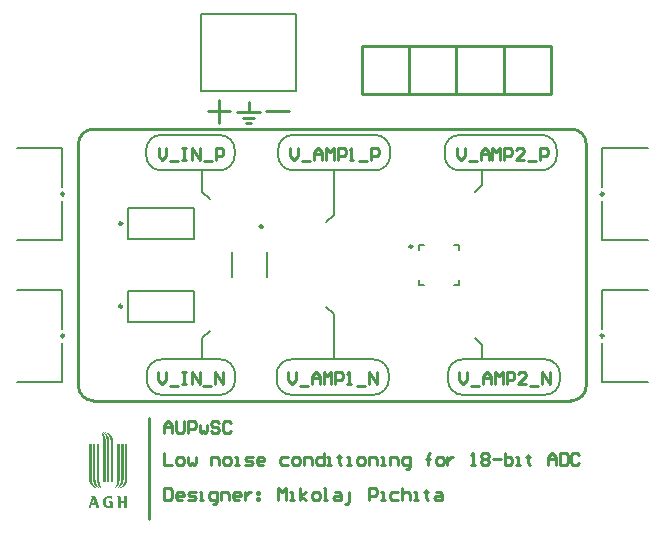
<source format=gbr>
%TF.GenerationSoftware,Altium Limited,Altium Designer,24.2.2 (26)*%
G04 Layer_Color=65535*
%FSLAX45Y45*%
%MOMM*%
%TF.SameCoordinates,D2FE35CC-22CD-4169-9643-A2803306E4A1*%
%TF.FilePolarity,Positive*%
%TF.FileFunction,Legend,Top*%
%TF.Part,Single*%
G01*
G75*
%TA.AperFunction,NonConductor*%
%ADD26C,0.25400*%
%ADD36C,0.15000*%
%ADD37C,0.25000*%
%ADD38C,0.20000*%
G36*
X1014831Y600127D02*
Y598439D01*
Y424599D01*
X1013143D01*
Y416160D01*
X1011455D01*
Y409409D01*
X1009768D01*
Y404346D01*
X1008080D01*
Y400970D01*
X1006392D01*
Y397595D01*
X1004704D01*
Y394219D01*
X1003017D01*
Y390844D01*
X1001329D01*
Y389156D01*
X999641D01*
Y385781D01*
X997953D01*
Y384093D01*
X996265D01*
Y382405D01*
X994578D01*
Y380717D01*
X992890D01*
Y379030D01*
X991202D01*
Y377342D01*
X989514D01*
Y375654D01*
X987827D01*
Y373966D01*
X984451D01*
Y372279D01*
X982763D01*
Y370591D01*
X979388D01*
Y368903D01*
X977700D01*
Y367215D01*
X974325D01*
Y365528D01*
X970949D01*
Y363840D01*
X967574D01*
Y362152D01*
X962510D01*
Y360464D01*
X957447D01*
Y358777D01*
X950696D01*
Y357089D01*
X943945D01*
Y358777D01*
X947320D01*
Y360464D01*
X950696D01*
Y362152D01*
X954071D01*
Y363840D01*
X955759D01*
Y365528D01*
X959135D01*
Y367215D01*
X960823D01*
Y368903D01*
X962510D01*
Y370591D01*
X965886D01*
Y372279D01*
X967574D01*
Y373966D01*
X969261D01*
Y375654D01*
X970949D01*
Y377342D01*
X972637D01*
Y379030D01*
X974325D01*
Y380717D01*
X976012D01*
Y384093D01*
X977700D01*
Y385781D01*
X979388D01*
Y387468D01*
X981076D01*
Y390844D01*
X982763D01*
Y394219D01*
X984451D01*
Y397595D01*
X986139D01*
Y400970D01*
X987827D01*
Y406034D01*
X989514D01*
Y411097D01*
X991202D01*
Y417848D01*
X992890D01*
Y431350D01*
X994578D01*
Y736835D01*
X996265D01*
Y735148D01*
X997953D01*
Y736835D01*
X1014831D01*
Y600127D01*
D02*
G37*
G36*
X775169Y490422D02*
Y488734D01*
Y443165D01*
X776856D01*
Y409409D01*
X778544D01*
Y399283D01*
X780232D01*
Y389156D01*
X781919D01*
Y382405D01*
X783607D01*
Y377342D01*
X785295D01*
Y373966D01*
X786983D01*
Y370591D01*
X788671D01*
Y367215D01*
X790358D01*
Y363840D01*
X792046D01*
Y360464D01*
X793734D01*
Y358777D01*
X795422D01*
Y357089D01*
X793734D01*
Y358777D01*
X790358D01*
Y360464D01*
X788671D01*
Y362152D01*
X786983D01*
Y363840D01*
X783607D01*
Y365528D01*
X781919D01*
Y367215D01*
X780232D01*
Y368903D01*
X778544D01*
Y370591D01*
X776856D01*
Y372279D01*
X775169D01*
Y373966D01*
X773481D01*
Y375654D01*
X771793D01*
Y379030D01*
X770105D01*
Y380717D01*
X768418D01*
Y384093D01*
X766730D01*
Y385781D01*
X765042D01*
Y390844D01*
X763354D01*
Y394219D01*
X761666D01*
Y399283D01*
X759979D01*
Y404346D01*
X758291D01*
Y412785D01*
X756603D01*
Y424599D01*
X754915D01*
Y736835D01*
X756603D01*
Y735148D01*
X758291D01*
Y736835D01*
X775169D01*
Y490422D01*
D02*
G37*
G36*
X743101Y723333D02*
Y721646D01*
Y426287D01*
X744789D01*
Y414473D01*
X746477D01*
Y407722D01*
X748164D01*
Y400970D01*
X749852D01*
Y395907D01*
X751540D01*
Y392532D01*
X753228D01*
Y389156D01*
X754915D01*
Y385781D01*
X756603D01*
Y382405D01*
X758291D01*
Y380717D01*
X759979D01*
Y377342D01*
X761666D01*
Y375654D01*
X763354D01*
Y373966D01*
X765042D01*
Y370591D01*
X766730D01*
Y368903D01*
X768418D01*
Y367215D01*
X770105D01*
Y365528D01*
X771793D01*
Y363840D01*
X773481D01*
Y362152D01*
X775169D01*
Y360464D01*
X778544D01*
Y358777D01*
X780232D01*
Y357089D01*
X776856D01*
Y358777D01*
X773481D01*
Y360464D01*
X770105D01*
Y362152D01*
X765042D01*
Y363840D01*
X763354D01*
Y365528D01*
X759979D01*
Y367215D01*
X756603D01*
Y368903D01*
X754915D01*
Y370591D01*
X751540D01*
Y372279D01*
X749852D01*
Y373966D01*
X748164D01*
Y375654D01*
X746477D01*
Y377342D01*
X744789D01*
Y379030D01*
X743101D01*
Y380717D01*
X741413D01*
Y382405D01*
X739725D01*
Y384093D01*
X738038D01*
Y385781D01*
X736350D01*
Y389156D01*
X734662D01*
Y392532D01*
X732974D01*
Y394219D01*
X731287D01*
Y397595D01*
X729599D01*
Y402658D01*
X727911D01*
Y407722D01*
X726223D01*
Y412785D01*
X724536D01*
Y422912D01*
X722848D01*
Y736835D01*
X731287D01*
Y735148D01*
X734662D01*
Y736835D01*
X739725D01*
Y735148D01*
X741413D01*
Y736835D01*
X743101D01*
Y723333D01*
D02*
G37*
G36*
X709346Y735148D02*
X711033D01*
Y422912D01*
X712721D01*
Y414473D01*
X714409D01*
Y409409D01*
X716097D01*
Y404346D01*
X717784D01*
Y399283D01*
X719472D01*
Y395907D01*
X721160D01*
Y392532D01*
X722848D01*
Y389156D01*
X724536D01*
Y387468D01*
X726223D01*
Y384093D01*
X727911D01*
Y382405D01*
X729599D01*
Y380717D01*
X731287D01*
Y379030D01*
X732974D01*
Y377342D01*
X734662D01*
Y375654D01*
X736350D01*
Y373966D01*
X738038D01*
Y372279D01*
X739725D01*
Y370591D01*
X741413D01*
Y368903D01*
X743101D01*
Y367215D01*
X746477D01*
Y365528D01*
X748164D01*
Y363840D01*
X751540D01*
Y362152D01*
X754915D01*
Y360464D01*
X758291D01*
Y358777D01*
X761666D01*
Y357089D01*
X754915D01*
Y358777D01*
X748164D01*
Y360464D01*
X743101D01*
Y362152D01*
X738038D01*
Y363840D01*
X734662D01*
Y365528D01*
X731287D01*
Y367215D01*
X727911D01*
Y368903D01*
X724536D01*
Y370591D01*
X722848D01*
Y372279D01*
X719472D01*
Y373966D01*
X717784D01*
Y375654D01*
X716097D01*
Y377342D01*
X714409D01*
Y379030D01*
X712721D01*
Y380717D01*
X711033D01*
Y382405D01*
X709346D01*
Y384093D01*
X707658D01*
Y385781D01*
X705970D01*
Y387468D01*
X704282D01*
Y390844D01*
X702595D01*
Y392532D01*
X700907D01*
Y395907D01*
X699219D01*
Y399283D01*
X697531D01*
Y402658D01*
X695844D01*
Y407722D01*
X694156D01*
Y412785D01*
X692468D01*
Y419536D01*
X690780D01*
Y433038D01*
X689093D01*
Y655823D01*
Y657511D01*
Y735148D01*
X690780D01*
Y736835D01*
X705970D01*
Y735148D01*
X707658D01*
Y736835D01*
X709346D01*
Y735148D01*
D02*
G37*
G36*
X829177Y831350D02*
X835928D01*
Y829663D01*
X842679D01*
Y827975D01*
X846055D01*
Y826287D01*
X851118D01*
Y824599D01*
X854493D01*
Y822911D01*
X857869D01*
Y821224D01*
X859557D01*
Y819536D01*
X862932D01*
Y817848D01*
X864620D01*
Y816160D01*
X867995D01*
Y814473D01*
X869683D01*
Y812785D01*
X871371D01*
Y811097D01*
X873059D01*
Y809409D01*
X874747D01*
Y807722D01*
X876434D01*
Y806034D01*
X878122D01*
Y804346D01*
X879810D01*
Y800970D01*
X881498D01*
Y799283D01*
X883185D01*
Y795907D01*
X884873D01*
Y792532D01*
X886561D01*
Y789156D01*
X888249D01*
Y785781D01*
X889936D01*
Y780717D01*
X891624D01*
Y775654D01*
X893312D01*
Y767215D01*
X895000D01*
Y412785D01*
X896688D01*
Y411097D01*
X895000D01*
Y409409D01*
X874747D01*
Y535992D01*
Y537679D01*
Y757089D01*
X873059D01*
Y770591D01*
X871371D01*
Y777342D01*
X869683D01*
Y784093D01*
X867995D01*
Y787468D01*
X866308D01*
Y792532D01*
X864620D01*
Y795907D01*
X862932D01*
Y799283D01*
X861244D01*
Y800970D01*
X859557D01*
Y804346D01*
X857869D01*
Y806034D01*
X856181D01*
Y807722D01*
X854493D01*
Y809409D01*
X852806D01*
Y811097D01*
X851118D01*
Y814473D01*
X849430D01*
Y816160D01*
X846055D01*
Y817848D01*
X844367D01*
Y819536D01*
X842679D01*
Y821224D01*
X840991D01*
Y822911D01*
X837616D01*
Y824599D01*
X835928D01*
Y826287D01*
X832553D01*
Y827975D01*
X829177D01*
Y829663D01*
X825801D01*
Y831350D01*
X822426D01*
Y833038D01*
X829177D01*
Y831350D01*
D02*
G37*
G36*
X807236D02*
X812299D01*
Y829663D01*
X815675D01*
Y827975D01*
X819050D01*
Y826287D01*
X822426D01*
Y824599D01*
X825801D01*
Y822911D01*
X827489D01*
Y821224D01*
X830865D01*
Y819536D01*
X832553D01*
Y817848D01*
X834240D01*
Y816160D01*
X837616D01*
Y814473D01*
X839304D01*
Y812785D01*
X840991D01*
Y811097D01*
X842679D01*
Y809409D01*
X844367D01*
Y807722D01*
X846055D01*
Y804346D01*
X847742D01*
Y802658D01*
X849430D01*
Y799283D01*
X851118D01*
Y797595D01*
X852806D01*
Y794219D01*
X854493D01*
Y790844D01*
X856181D01*
Y785781D01*
X857869D01*
Y780717D01*
X859557D01*
Y773966D01*
X861244D01*
Y768903D01*
Y767215D01*
Y763840D01*
X862932D01*
Y409409D01*
X842679D01*
Y411097D01*
X840991D01*
Y768903D01*
X839304D01*
Y779030D01*
X837616D01*
Y785781D01*
X835928D01*
Y790844D01*
X834240D01*
Y794219D01*
X832553D01*
Y799283D01*
X830865D01*
Y802658D01*
X829177D01*
Y806034D01*
X827489D01*
Y807722D01*
X825801D01*
Y811097D01*
X824114D01*
Y812785D01*
X822426D01*
Y816160D01*
X820738D01*
Y817848D01*
X819050D01*
Y819536D01*
X817363D01*
Y821224D01*
X815675D01*
Y822911D01*
X813987D01*
Y824599D01*
X812299D01*
Y826287D01*
X810612D01*
Y827975D01*
X808924D01*
Y829663D01*
X805548D01*
Y831350D01*
X803860D01*
Y833038D01*
X807236D01*
Y831350D01*
D02*
G37*
G36*
X793734Y829663D02*
X795422D01*
Y827975D01*
X798797D01*
Y826287D01*
X800485D01*
Y824599D01*
X802173D01*
Y822911D01*
X805548D01*
Y821224D01*
X807236D01*
Y819536D01*
X808924D01*
Y817848D01*
X810612D01*
Y814473D01*
X812299D01*
Y812785D01*
X813987D01*
Y811097D01*
X815675D01*
Y807722D01*
X817363D01*
Y804346D01*
X819050D01*
Y802658D01*
X820738D01*
Y799283D01*
X822426D01*
Y794219D01*
X824114D01*
Y789156D01*
X825801D01*
Y782405D01*
X827489D01*
Y775654D01*
X829177D01*
Y760464D01*
X830865D01*
Y409409D01*
X808924D01*
Y507300D01*
Y508988D01*
Y768903D01*
X807236D01*
Y785781D01*
X805548D01*
Y795907D01*
X803860D01*
Y804346D01*
X802173D01*
Y809409D01*
X800485D01*
Y814473D01*
X798797D01*
Y817848D01*
X797109D01*
Y821224D01*
X795422D01*
Y824599D01*
X793734D01*
Y827975D01*
X792046D01*
Y829663D01*
X790358D01*
Y831350D01*
X793734D01*
Y829663D01*
D02*
G37*
G36*
X982763Y429663D02*
X981076D01*
Y416160D01*
X979388D01*
Y409409D01*
X977700D01*
Y404346D01*
X976012D01*
Y399283D01*
X974325D01*
Y395907D01*
X972637D01*
Y392532D01*
X970949D01*
Y390844D01*
X969261D01*
Y387468D01*
X967574D01*
Y385781D01*
X965886D01*
Y382405D01*
X964198D01*
Y380717D01*
X962510D01*
Y379030D01*
X960823D01*
Y377342D01*
X959135D01*
Y375654D01*
X957447D01*
Y373966D01*
X955759D01*
Y372279D01*
X952384D01*
Y370591D01*
X950696D01*
Y368903D01*
X947320D01*
Y367215D01*
X945633D01*
Y365528D01*
X942257D01*
Y363840D01*
X938882D01*
Y362152D01*
X935506D01*
Y360464D01*
X930443D01*
Y358777D01*
X927067D01*
Y360464D01*
X928755D01*
Y362152D01*
X930443D01*
Y363840D01*
X932130D01*
Y365528D01*
X933818D01*
Y367215D01*
X935506D01*
Y368903D01*
X937194D01*
Y370591D01*
X938882D01*
Y372279D01*
X940569D01*
Y373966D01*
X942257D01*
Y375654D01*
X943945D01*
Y379030D01*
X945633D01*
Y380717D01*
X947320D01*
Y384093D01*
X949008D01*
Y387468D01*
X950696D01*
Y390844D01*
X952384D01*
Y394219D01*
X954071D01*
Y399283D01*
X955759D01*
Y404346D01*
X957447D01*
Y411097D01*
X959135D01*
Y419536D01*
X960823D01*
Y677764D01*
Y679452D01*
Y735148D01*
X962510D01*
Y736835D01*
X982763D01*
Y429663D01*
D02*
G37*
G36*
X949008Y735148D02*
X950696D01*
Y434726D01*
X949008D01*
Y416160D01*
X947320D01*
Y407722D01*
X945633D01*
Y400970D01*
X943945D01*
Y395907D01*
X942257D01*
Y392532D01*
X940569D01*
Y389156D01*
X938882D01*
Y385781D01*
X937194D01*
Y382405D01*
X935506D01*
Y379030D01*
X933818D01*
Y377342D01*
X932130D01*
Y375654D01*
X930443D01*
Y372279D01*
X928755D01*
Y370591D01*
X927067D01*
Y368903D01*
X925379D01*
Y367215D01*
X922004D01*
Y365528D01*
X920316D01*
Y363840D01*
X918628D01*
Y362152D01*
X915253D01*
Y360464D01*
X913565D01*
Y358777D01*
X910190D01*
Y360464D01*
X911877D01*
Y362152D01*
X913565D01*
Y365528D01*
X915253D01*
Y368903D01*
X916941D01*
Y372279D01*
X918628D01*
Y375654D01*
X920316D01*
Y380717D01*
X922004D01*
Y385781D01*
X923692D01*
Y394219D01*
X925379D01*
Y402658D01*
X927067D01*
Y419536D01*
X928755D01*
Y578186D01*
Y579874D01*
Y736835D01*
X949008D01*
Y735148D01*
D02*
G37*
G36*
X927067Y357089D02*
X923692D01*
Y358777D01*
X927067D01*
Y357089D01*
D02*
G37*
G36*
X910190D02*
X908502D01*
Y358777D01*
X910190D01*
Y357089D01*
D02*
G37*
G36*
X866308Y291266D02*
X876434D01*
Y289578D01*
X883185D01*
Y269325D01*
X881498D01*
Y271013D01*
X878122D01*
Y272700D01*
X874747D01*
Y274388D01*
X866308D01*
Y276076D01*
X857869D01*
Y274388D01*
X849430D01*
Y272700D01*
X846055D01*
Y271013D01*
X842679D01*
Y269325D01*
X840991D01*
Y267637D01*
X839304D01*
Y265949D01*
X837616D01*
Y262574D01*
X835928D01*
Y260886D01*
X834240D01*
Y255823D01*
X832553D01*
Y250760D01*
X830865D01*
Y232194D01*
X832553D01*
Y225443D01*
X834240D01*
Y220380D01*
X835928D01*
Y217004D01*
X837616D01*
Y215317D01*
X839304D01*
Y213629D01*
X840991D01*
Y210253D01*
X844367D01*
Y208565D01*
X847742D01*
Y206878D01*
X851118D01*
Y205190D01*
X862932D01*
Y206878D01*
X864620D01*
Y237258D01*
X862932D01*
Y245696D01*
X861244D01*
Y247384D01*
X859557D01*
Y250760D01*
X862932D01*
Y249072D01*
X864620D01*
Y250760D01*
X866308D01*
Y249072D01*
X867995D01*
Y250760D01*
X878122D01*
Y249072D01*
X884873D01*
Y247384D01*
X886561D01*
Y245696D01*
X888249D01*
Y242321D01*
X889936D01*
Y195063D01*
X888249D01*
Y193376D01*
X881498D01*
Y191688D01*
X873059D01*
Y190000D01*
X849430D01*
Y191688D01*
X840991D01*
Y193376D01*
X835928D01*
Y195063D01*
X832553D01*
Y196751D01*
X829177D01*
Y198439D01*
X825801D01*
Y200127D01*
X824114D01*
Y201814D01*
X820738D01*
Y203502D01*
X819050D01*
Y205190D01*
X817363D01*
Y206878D01*
X815675D01*
Y208565D01*
X813987D01*
Y210253D01*
X812299D01*
Y213629D01*
X810612D01*
Y217004D01*
X808924D01*
Y220380D01*
X807236D01*
Y223755D01*
X805548D01*
Y232194D01*
X803860D01*
Y247384D01*
X805548D01*
Y255823D01*
X807236D01*
Y260886D01*
X808924D01*
Y264262D01*
X810612D01*
Y267637D01*
X812299D01*
Y269325D01*
X813987D01*
Y272700D01*
X815675D01*
Y274388D01*
X817363D01*
Y276076D01*
X819050D01*
Y277764D01*
X820738D01*
Y279452D01*
X822426D01*
Y281139D01*
X825801D01*
Y282827D01*
X827489D01*
Y284515D01*
X830865D01*
Y286203D01*
X834240D01*
Y287890D01*
X839304D01*
Y289578D01*
X844367D01*
Y291266D01*
X856181D01*
Y292954D01*
X866308D01*
Y291266D01*
D02*
G37*
G36*
X1014831Y276076D02*
Y274388D01*
Y191688D01*
X989514D01*
Y233882D01*
X959135D01*
Y191688D01*
X933818D01*
Y282827D01*
X932130D01*
Y286203D01*
X930443D01*
Y287890D01*
X928755D01*
Y289578D01*
X952384D01*
Y287890D01*
X955759D01*
Y284515D01*
X957447D01*
Y282827D01*
X959135D01*
Y250760D01*
X960823D01*
Y249072D01*
X989514D01*
Y289578D01*
X1014831D01*
Y276076D01*
D02*
G37*
G36*
X739725Y287890D02*
X741413D01*
Y286203D01*
X743101D01*
Y284515D01*
X744789D01*
Y282827D01*
X746477D01*
Y279452D01*
X748164D01*
Y274388D01*
X749852D01*
Y271013D01*
X751540D01*
Y265949D01*
X753228D01*
Y260886D01*
X754915D01*
Y255823D01*
X756603D01*
Y250760D01*
X758291D01*
Y247384D01*
X759979D01*
Y242321D01*
X761666D01*
Y237258D01*
X763354D01*
Y232194D01*
X765042D01*
Y227131D01*
X766730D01*
Y223755D01*
X768418D01*
Y218692D01*
X770105D01*
Y213629D01*
X771793D01*
Y208565D01*
X773481D01*
Y203502D01*
X775169D01*
Y198439D01*
X776856D01*
Y195063D01*
X778544D01*
Y193376D01*
X776856D01*
Y191688D01*
X751540D01*
Y193376D01*
X749852D01*
Y198439D01*
X748164D01*
Y203502D01*
X746477D01*
Y206878D01*
X744789D01*
Y213629D01*
X743101D01*
Y217004D01*
X709346D01*
Y211941D01*
X707658D01*
Y206878D01*
X705970D01*
Y201814D01*
X704282D01*
Y196751D01*
X702595D01*
Y193376D01*
X700907D01*
Y191688D01*
X684029D01*
Y195063D01*
X685717D01*
Y200127D01*
X687405D01*
Y205190D01*
X689093D01*
Y210253D01*
X690780D01*
Y215317D01*
X692468D01*
Y220380D01*
X694156D01*
Y225443D01*
X695844D01*
Y230507D01*
X697531D01*
Y235570D01*
X699219D01*
Y240633D01*
X700907D01*
Y245696D01*
X702595D01*
Y250760D01*
X704282D01*
Y254135D01*
X705970D01*
Y260886D01*
X707658D01*
Y264262D01*
X709346D01*
Y269325D01*
X711033D01*
Y274388D01*
X712721D01*
Y286203D01*
X711033D01*
Y287890D01*
X709346D01*
Y289578D01*
X739725D01*
Y287890D01*
D02*
G37*
%LPC*%
G36*
X726223Y264262D02*
X724536D01*
Y259198D01*
X722848D01*
Y254135D01*
X721160D01*
Y249072D01*
X719472D01*
Y244009D01*
X717784D01*
Y238945D01*
X716097D01*
Y232194D01*
X736350D01*
Y237258D01*
X734662D01*
Y242321D01*
X732974D01*
Y247384D01*
X731287D01*
Y252447D01*
X729599D01*
Y257511D01*
X727911D01*
Y262574D01*
X726223D01*
Y264262D01*
D02*
G37*
%LPD*%
D26*
X4900000Y3273000D02*
G03*
X4773000Y3400000I-127000J0D01*
G01*
Y1100000D02*
G03*
X4900000Y1227000I0J127000D01*
G01*
X727000Y3400000D02*
G03*
X600000Y3273000I0J-127000D01*
G01*
Y1227000D02*
G03*
X727000Y1100000I127000J0D01*
G01*
X4773000D01*
X727000Y3400000D02*
X4773000D01*
X4900000Y1227000D02*
Y3273000D01*
X600000Y1227000D02*
Y3273000D01*
X3000000Y3700000D02*
Y4100000D01*
X3800000D02*
X4200000D01*
X3800000Y3700000D02*
Y4100000D01*
Y3700000D02*
Y4100000D01*
Y3700000D02*
X4200000D01*
Y4100000D01*
Y3700000D02*
Y4100000D01*
X4600000D01*
Y3700000D02*
Y4100000D01*
X3400000D02*
X3800000D01*
X3000000D02*
X3400000D01*
X3000000Y3700000D02*
X3400000D01*
Y4100000D01*
X4200000Y3700000D02*
X4600000D01*
X3400000D02*
X3800000D01*
X3400000D02*
Y4100000D01*
X2190000Y3550000D02*
X2380000D01*
X1790000Y3455000D02*
Y3645000D01*
X1695000Y3550000D02*
X1885000D01*
X2020000Y3447500D02*
X2060000D01*
X1940000Y3547500D02*
X2140000D01*
X2040000D02*
Y3632500D01*
X1990000Y3497500D02*
X2090000D01*
X1200000Y100000D02*
Y950000D01*
X1325400Y358690D02*
Y258723D01*
X1375384D01*
X1392045Y275384D01*
Y342029D01*
X1375384Y358690D01*
X1325400D01*
X1475352Y258723D02*
X1442029D01*
X1425368Y275384D01*
Y308707D01*
X1442029Y325368D01*
X1475352D01*
X1492013Y308707D01*
Y292045D01*
X1425368D01*
X1525336Y258723D02*
X1575319D01*
X1591981Y275384D01*
X1575319Y292045D01*
X1541997D01*
X1525336Y308707D01*
X1541997Y325368D01*
X1591981D01*
X1625303Y258723D02*
X1658626D01*
X1641965D01*
Y325368D01*
X1625303D01*
X1741932Y225400D02*
X1758594D01*
X1775255Y242061D01*
Y325368D01*
X1725271D01*
X1708610Y308707D01*
Y275384D01*
X1725271Y258723D01*
X1775255D01*
X1808578D02*
Y325368D01*
X1858561D01*
X1875223Y308707D01*
Y258723D01*
X1958529D02*
X1925207D01*
X1908545Y275384D01*
Y308707D01*
X1925207Y325368D01*
X1958529D01*
X1975190Y308707D01*
Y292045D01*
X1908545D01*
X2008513Y325368D02*
Y258723D01*
Y292045D01*
X2025175Y308707D01*
X2041836Y325368D01*
X2058497D01*
X2108481D02*
X2125142D01*
Y308707D01*
X2108481D01*
Y325368D01*
Y275384D02*
X2125142D01*
Y258723D01*
X2108481D01*
Y275384D01*
X2291755Y258723D02*
Y358690D01*
X2325078Y325368D01*
X2358400Y358690D01*
Y258723D01*
X2391723D02*
X2425045D01*
X2408384D01*
Y325368D01*
X2391723D01*
X2475029Y258723D02*
Y358690D01*
Y292045D02*
X2525013Y325368D01*
X2475029Y292045D02*
X2525013Y258723D01*
X2591659D02*
X2624981D01*
X2641642Y275384D01*
Y308707D01*
X2624981Y325368D01*
X2591659D01*
X2574997Y308707D01*
Y275384D01*
X2591659Y258723D01*
X2674965D02*
X2708287D01*
X2691626D01*
Y358690D01*
X2674965D01*
X2774933Y325368D02*
X2808255D01*
X2824916Y308707D01*
Y258723D01*
X2774933D01*
X2758271Y275384D01*
X2774933Y292045D01*
X2824916D01*
X2858239Y225400D02*
X2874901D01*
X2891562Y242061D01*
Y325368D01*
X3058175Y258723D02*
Y358690D01*
X3108159D01*
X3124820Y342029D01*
Y308707D01*
X3108159Y292045D01*
X3058175D01*
X3158143Y258723D02*
X3191465D01*
X3174804D01*
Y325368D01*
X3158143D01*
X3308094D02*
X3258110D01*
X3241449Y308707D01*
Y275384D01*
X3258110Y258723D01*
X3308094D01*
X3341417Y358690D02*
Y258723D01*
Y308707D01*
X3358078Y325368D01*
X3391401D01*
X3408062Y308707D01*
Y258723D01*
X3441385D02*
X3474707D01*
X3458046D01*
Y325368D01*
X3441385D01*
X3541352Y342029D02*
Y325368D01*
X3524691D01*
X3558013D01*
X3541352D01*
Y275384D01*
X3558013Y258723D01*
X3624659Y325368D02*
X3657981D01*
X3674642Y308707D01*
Y258723D01*
X3624659D01*
X3607997Y275384D01*
X3624659Y292045D01*
X3674642D01*
X1325400Y658690D02*
Y558723D01*
X1392045D01*
X1442029D02*
X1475352D01*
X1492013Y575384D01*
Y608706D01*
X1475352Y625368D01*
X1442029D01*
X1425368Y608706D01*
Y575384D01*
X1442029Y558723D01*
X1525336Y625368D02*
Y575384D01*
X1541997Y558723D01*
X1558658Y575384D01*
X1575319Y558723D01*
X1591981Y575384D01*
Y625368D01*
X1725271Y558723D02*
Y625368D01*
X1775255D01*
X1791916Y608706D01*
Y558723D01*
X1841900D02*
X1875223D01*
X1891884Y575384D01*
Y608706D01*
X1875223Y625368D01*
X1841900D01*
X1825239Y608706D01*
Y575384D01*
X1841900Y558723D01*
X1925207D02*
X1958529D01*
X1941868D01*
Y625368D01*
X1925207D01*
X2008513Y558723D02*
X2058497D01*
X2075158Y575384D01*
X2058497Y592045D01*
X2025175D01*
X2008513Y608706D01*
X2025175Y625368D01*
X2075158D01*
X2158465Y558723D02*
X2125142D01*
X2108481Y575384D01*
Y608706D01*
X2125142Y625368D01*
X2158465D01*
X2175126Y608706D01*
Y592045D01*
X2108481D01*
X2375062Y625368D02*
X2325078D01*
X2308417Y608706D01*
Y575384D01*
X2325078Y558723D01*
X2375062D01*
X2425046D02*
X2458368D01*
X2475029Y575384D01*
Y608706D01*
X2458368Y625368D01*
X2425046D01*
X2408384Y608706D01*
Y575384D01*
X2425046Y558723D01*
X2508352D02*
Y625368D01*
X2558336D01*
X2574997Y608706D01*
Y558723D01*
X2674965Y658690D02*
Y558723D01*
X2624981D01*
X2608320Y575384D01*
Y608706D01*
X2624981Y625368D01*
X2674965D01*
X2708288Y558723D02*
X2741610D01*
X2724949D01*
Y625368D01*
X2708288D01*
X2808255Y642029D02*
Y625368D01*
X2791594D01*
X2824917D01*
X2808255D01*
Y575384D01*
X2824917Y558723D01*
X2874901D02*
X2908223D01*
X2891562D01*
Y625368D01*
X2874901D01*
X2974868Y558723D02*
X3008191D01*
X3024852Y575384D01*
Y608706D01*
X3008191Y625368D01*
X2974868D01*
X2958207Y608706D01*
Y575384D01*
X2974868Y558723D01*
X3058175D02*
Y625368D01*
X3108159D01*
X3124820Y608706D01*
Y558723D01*
X3158143D02*
X3191465D01*
X3174804D01*
Y625368D01*
X3158143D01*
X3241449Y558723D02*
Y625368D01*
X3291433D01*
X3308094Y608706D01*
Y558723D01*
X3374739Y525400D02*
X3391401D01*
X3408062Y542061D01*
Y625368D01*
X3358078D01*
X3341417Y608706D01*
Y575384D01*
X3358078Y558723D01*
X3408062D01*
X3558014D02*
Y642029D01*
Y608706D01*
X3541352D01*
X3574675D01*
X3558014D01*
Y642029D01*
X3574675Y658690D01*
X3641320Y558723D02*
X3674643D01*
X3691304Y575384D01*
Y608706D01*
X3674643Y625368D01*
X3641320D01*
X3624659Y608706D01*
Y575384D01*
X3641320Y558723D01*
X3724627Y625368D02*
Y558723D01*
Y592045D01*
X3741288Y608706D01*
X3757949Y625368D01*
X3774610D01*
X3924562Y558723D02*
X3957885D01*
X3941224D01*
Y658690D01*
X3924562Y642029D01*
X4007869D02*
X4024530Y658690D01*
X4057852D01*
X4074514Y642029D01*
Y625368D01*
X4057852Y608706D01*
X4074514Y592045D01*
Y575384D01*
X4057852Y558723D01*
X4024530D01*
X4007869Y575384D01*
Y592045D01*
X4024530Y608706D01*
X4007869Y625368D01*
Y642029D01*
X4024530Y608706D02*
X4057852D01*
X4107836D02*
X4174481D01*
X4207804Y658690D02*
Y558723D01*
X4257788D01*
X4274449Y575384D01*
Y592045D01*
Y608706D01*
X4257788Y625368D01*
X4207804D01*
X4307772Y558723D02*
X4341094D01*
X4324433D01*
Y625368D01*
X4307772D01*
X4407740Y642029D02*
Y625368D01*
X4391078D01*
X4424401D01*
X4407740D01*
Y575384D01*
X4424401Y558723D01*
X4574353D02*
Y625368D01*
X4607675Y658690D01*
X4640998Y625368D01*
Y558723D01*
Y608706D01*
X4574353D01*
X4674320Y658690D02*
Y558723D01*
X4724304D01*
X4740965Y575384D01*
Y642029D01*
X4724304Y658690D01*
X4674320D01*
X4840933Y642029D02*
X4824272Y658690D01*
X4790950D01*
X4774288Y642029D01*
Y575384D01*
X4790950Y558723D01*
X4824272D01*
X4840933Y575384D01*
X1325400Y825400D02*
Y892045D01*
X1358722Y925368D01*
X1392045Y892045D01*
Y825400D01*
Y875384D01*
X1325400D01*
X1425368Y925368D02*
Y842061D01*
X1442029Y825400D01*
X1475352D01*
X1492013Y842061D01*
Y925368D01*
X1525336Y825400D02*
Y925368D01*
X1575319D01*
X1591981Y908706D01*
Y875384D01*
X1575319Y858722D01*
X1525336D01*
X1625303Y892045D02*
Y842061D01*
X1641965Y825400D01*
X1658626Y842061D01*
X1675287Y825400D01*
X1691948Y842061D01*
Y892045D01*
X1791916Y908706D02*
X1775255Y925368D01*
X1741933D01*
X1725271Y908706D01*
Y892045D01*
X1741933Y875384D01*
X1775255D01*
X1791916Y858722D01*
Y842061D01*
X1775255Y825400D01*
X1741933D01*
X1725271Y842061D01*
X1891884Y908706D02*
X1875223Y925368D01*
X1841900D01*
X1825239Y908706D01*
Y842061D01*
X1841900Y825400D01*
X1875223D01*
X1891884Y842061D01*
X3825400Y1342029D02*
Y1275384D01*
X3858723Y1242061D01*
X3892045Y1275384D01*
Y1342029D01*
X3925368Y1225400D02*
X3992013D01*
X4025336Y1242061D02*
Y1308706D01*
X4058658Y1342029D01*
X4091981Y1308706D01*
Y1242061D01*
Y1292045D01*
X4025336D01*
X4125303Y1242061D02*
Y1342029D01*
X4158626Y1308706D01*
X4191948Y1342029D01*
Y1242061D01*
X4225271D02*
Y1342029D01*
X4275255D01*
X4291916Y1325368D01*
Y1292045D01*
X4275255Y1275384D01*
X4225271D01*
X4391884Y1242061D02*
X4325239D01*
X4391884Y1308706D01*
Y1325368D01*
X4375223Y1342029D01*
X4341900D01*
X4325239Y1325368D01*
X4425207Y1225400D02*
X4491852D01*
X4525175Y1242061D02*
Y1342029D01*
X4591820Y1242061D01*
Y1342029D01*
X3805400Y3242029D02*
Y3175384D01*
X3838723Y3142061D01*
X3872045Y3175384D01*
Y3242029D01*
X3905368Y3125400D02*
X3972013D01*
X4005336Y3142061D02*
Y3208706D01*
X4038658Y3242029D01*
X4071981Y3208706D01*
Y3142061D01*
Y3192045D01*
X4005336D01*
X4105303Y3142061D02*
Y3242029D01*
X4138626Y3208706D01*
X4171948Y3242029D01*
Y3142061D01*
X4205271D02*
Y3242029D01*
X4255255D01*
X4271916Y3225368D01*
Y3192045D01*
X4255255Y3175384D01*
X4205271D01*
X4371884Y3142061D02*
X4305239D01*
X4371884Y3208706D01*
Y3225368D01*
X4355223Y3242029D01*
X4321900D01*
X4305239Y3225368D01*
X4405207Y3125400D02*
X4471852D01*
X4505175Y3142061D02*
Y3242029D01*
X4555159D01*
X4571820Y3225368D01*
Y3192045D01*
X4555159Y3175384D01*
X4505175D01*
X2395400Y3242029D02*
Y3175384D01*
X2428723Y3142061D01*
X2462045Y3175384D01*
Y3242029D01*
X2495368Y3125400D02*
X2562013D01*
X2595336Y3142061D02*
Y3208706D01*
X2628658Y3242029D01*
X2661981Y3208706D01*
Y3142061D01*
Y3192045D01*
X2595336D01*
X2695303Y3142061D02*
Y3242029D01*
X2728626Y3208706D01*
X2761949Y3242029D01*
Y3142061D01*
X2795271D02*
Y3242029D01*
X2845255D01*
X2861916Y3225368D01*
Y3192045D01*
X2845255Y3175384D01*
X2795271D01*
X2895239Y3142061D02*
X2928562D01*
X2911900D01*
Y3242029D01*
X2895239Y3225368D01*
X2978545Y3125400D02*
X3045191D01*
X3078513Y3142061D02*
Y3242029D01*
X3128497D01*
X3145158Y3225368D01*
Y3192045D01*
X3128497Y3175384D01*
X3078513D01*
X2375400Y1342029D02*
Y1275384D01*
X2408722Y1242061D01*
X2442045Y1275384D01*
Y1342029D01*
X2475368Y1225400D02*
X2542013D01*
X2575335Y1242061D02*
Y1308706D01*
X2608658Y1342029D01*
X2641980Y1308706D01*
Y1242061D01*
Y1292045D01*
X2575335D01*
X2675303Y1242061D02*
Y1342029D01*
X2708626Y1308706D01*
X2741948Y1342029D01*
Y1242061D01*
X2775271D02*
Y1342029D01*
X2825255D01*
X2841916Y1325368D01*
Y1292045D01*
X2825255Y1275384D01*
X2775271D01*
X2875239Y1242061D02*
X2908561D01*
X2891900D01*
Y1342029D01*
X2875239Y1325368D01*
X2958545Y1225400D02*
X3025190D01*
X3058513Y1242061D02*
Y1342029D01*
X3125158Y1242061D01*
Y1342029D01*
X1275400D02*
Y1275384D01*
X1308723Y1242061D01*
X1342045Y1275384D01*
Y1342029D01*
X1375368Y1225400D02*
X1442013D01*
X1475336Y1342029D02*
X1508658D01*
X1491997D01*
Y1242061D01*
X1475336D01*
X1508658D01*
X1558642D02*
Y1342029D01*
X1625287Y1242061D01*
Y1342029D01*
X1658610Y1225400D02*
X1725255D01*
X1758578Y1242061D02*
Y1342029D01*
X1825223Y1242061D01*
Y1342029D01*
X1278400Y3242030D02*
Y3175384D01*
X1311723Y3142062D01*
X1345045Y3175384D01*
Y3242030D01*
X1378368Y3125400D02*
X1445013D01*
X1478336Y3242030D02*
X1511658D01*
X1494997D01*
Y3142062D01*
X1478336D01*
X1511658D01*
X1561642D02*
Y3242030D01*
X1628287Y3142062D01*
Y3242030D01*
X1661610Y3125400D02*
X1728255D01*
X1761578Y3142062D02*
Y3242030D01*
X1811562D01*
X1828223Y3225368D01*
Y3192046D01*
X1811562Y3175384D01*
X1761578D01*
D36*
X3240003Y3223003D02*
G03*
X3113003Y3350003I-127000J0D01*
G01*
Y3049999D02*
G03*
X3240003Y3176999I0J127000D01*
G01*
X2417000Y3350003D02*
G03*
X2290000Y3223003I0J-127000D01*
G01*
Y3176999D02*
G03*
X2417000Y3049999I127000J0D01*
G01*
X4650003Y3223003D02*
G03*
X4523003Y3350003I-127000J0D01*
G01*
Y3050000D02*
G03*
X4650003Y3177000I0J127000D01*
G01*
X3827000Y3350003D02*
G03*
X3700000Y3223003I0J-127000D01*
G01*
Y3177000D02*
G03*
X3827000Y3050000I127000J0D01*
G01*
X1927001Y1323001D02*
G03*
X1800001Y1450001I-127000J0D01*
G01*
Y1149998D02*
G03*
X1927001Y1276998I0J127000D01*
G01*
X1303998Y1450001D02*
G03*
X1176998Y1323001I0J-127000D01*
G01*
Y1276998D02*
G03*
X1303998Y1149998I127000J0D01*
G01*
X3227001Y1323001D02*
G03*
X3100001Y1450001I-127000J0D01*
G01*
Y1149998D02*
G03*
X3227001Y1276998I0J127000D01*
G01*
X2403998Y1450001D02*
G03*
X2276998Y1323001I0J-127000D01*
G01*
Y1276998D02*
G03*
X2403998Y1149998I127000J0D01*
G01*
X1923004Y3223004D02*
G03*
X1796004Y3350004I-127000J0D01*
G01*
Y3050000D02*
G03*
X1923004Y3177000I0J127000D01*
G01*
X1300000Y3350004D02*
G03*
X1173000Y3223004I0J-127000D01*
G01*
Y3177000D02*
G03*
X1300000Y3050000I127000J0D01*
G01*
X4677001Y1323001D02*
G03*
X4550001Y1450001I-127000J0D01*
G01*
Y1149998D02*
G03*
X4677001Y1276998I0J127000D01*
G01*
X3853998Y1450001D02*
G03*
X3726998Y1323001I0J-127000D01*
G01*
Y1276998D02*
G03*
X3853998Y1149998I127000J0D01*
G01*
X2417000Y3049999D02*
X3113003D01*
X2417000Y3350003D02*
X3113003D01*
X3240003Y3176999D02*
Y3223003D01*
X2290000Y3176999D02*
Y3223003D01*
X3827000Y3050000D02*
X4523003D01*
X3827000Y3350003D02*
X4523003D01*
X4650003Y3177000D02*
Y3223003D01*
X3700000Y3177000D02*
Y3223003D01*
X1303998Y1149998D02*
X1800001D01*
X1303998Y1450001D02*
X1800001D01*
X1927001Y1276998D02*
Y1323001D01*
X1176998Y1276998D02*
Y1323001D01*
X2403998Y1149998D02*
X3100001D01*
X2403998Y1450001D02*
X3100001D01*
X3227001Y1276998D02*
Y1323001D01*
X2276998Y1276998D02*
Y1323001D01*
X1300000Y3050000D02*
X1796004D01*
X1300000Y3350004D02*
X1796004D01*
X1923004Y3177000D02*
Y3223004D01*
X1173000Y3177000D02*
Y3223004D01*
X3853998Y1149998D02*
X4550001D01*
X3853998Y1450001D02*
X4550001D01*
X4677001Y1276998D02*
Y1323001D01*
X3726998Y1276998D02*
Y1323001D01*
X1650000Y1450000D02*
Y1630000D01*
X2760000Y1450000D02*
Y1630000D01*
Y1450000D02*
Y1830000D01*
X1650000Y2870000D02*
X1710000Y2810000D01*
X1650000Y2870000D02*
Y3050000D01*
X2700000Y2610000D02*
X2760000Y2670000D01*
Y3050000D01*
X1650000Y1630000D02*
X1710000Y1690000D01*
X2700000Y1890000D02*
X2760000Y1830000D01*
X3960000Y1630000D02*
X4020000Y1570000D01*
Y1450000D02*
Y1570000D01*
X3960000Y2870000D02*
X4020000Y2930000D01*
Y3050000D01*
D37*
X478500Y1650000D02*
G03*
X478500Y1650000I-12500J0D01*
G01*
X970000Y1900000D02*
G03*
X970000Y1900000I-12500J0D01*
G01*
Y2600000D02*
G03*
X970000Y2600000I-12500J0D01*
G01*
X2160000Y2573006D02*
G03*
X2160000Y2573006I-12500J0D01*
G01*
X3427500Y2405000D02*
G03*
X3427500Y2405000I-12500J0D01*
G01*
X5046500Y1650000D02*
G03*
X5046500Y1650000I-12500J0D01*
G01*
Y2850000D02*
G03*
X5046500Y2850000I-12500J0D01*
G01*
X478500D02*
G03*
X478500Y2850000I-12500J0D01*
G01*
D38*
X465000Y1260000D02*
Y1590000D01*
X80000Y1260000D02*
X465000D01*
X80000Y2040000D02*
X465000D01*
Y1710000D02*
Y2040000D01*
X1021000Y2032000D02*
X1579000D01*
Y1768000D02*
Y2032000D01*
X1021000Y1768000D02*
X1579000D01*
X1021000D02*
Y2032000D01*
Y2732000D02*
X1579000D01*
Y2468000D02*
Y2732000D01*
X1021000Y2468000D02*
X1579000D01*
X1021000D02*
Y2732000D01*
X2441000Y3725000D02*
Y4375000D01*
X1639000D02*
X2441000D01*
X1639000Y3725000D02*
Y4375000D01*
Y3725000D02*
X2441000D01*
X2200000Y2143536D02*
Y2356464D01*
X1900000Y2143536D02*
Y2356464D01*
X3480000Y2377500D02*
Y2420000D01*
X3522500D01*
X3777500D02*
X3820000D01*
Y2377500D02*
Y2420000D01*
Y2080000D02*
Y2122500D01*
X3777500Y2080000D02*
X3820000D01*
X3480000D02*
Y2122500D01*
Y2080000D02*
X3522500D01*
X5035000Y1710000D02*
Y2040000D01*
X5420000D01*
X5035000Y1260000D02*
X5420000D01*
X5035000D02*
Y1590000D01*
Y2910000D02*
Y3240000D01*
X5420000D01*
X5035000Y2460000D02*
X5420000D01*
X5035000D02*
Y2790000D01*
X465000Y2460000D02*
Y2790000D01*
X80000Y2460000D02*
X465000D01*
X80000Y3240000D02*
X465000D01*
Y2910000D02*
Y3240000D01*
%TF.MD5,18a6a869f1f5890a1bd5691df6c36080*%
M02*

</source>
